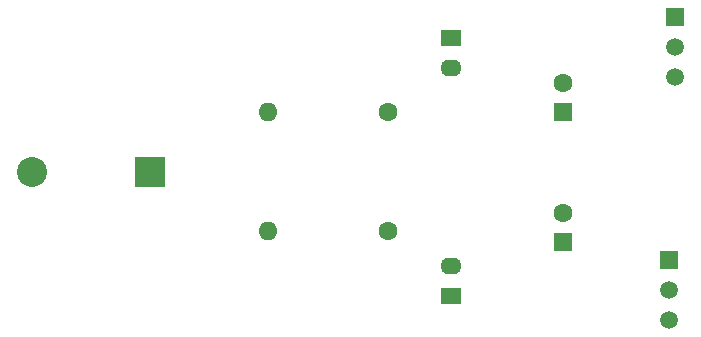
<source format=gbr>
%TF.GenerationSoftware,KiCad,Pcbnew,8.0.5*%
%TF.CreationDate,2024-10-11T23:24:52-07:00*%
%TF.ProjectId,IEEE soldering project,49454545-2073-46f6-9c64-6572696e6720,rev?*%
%TF.SameCoordinates,Original*%
%TF.FileFunction,Soldermask,Bot*%
%TF.FilePolarity,Negative*%
%FSLAX46Y46*%
G04 Gerber Fmt 4.6, Leading zero omitted, Abs format (unit mm)*
G04 Created by KiCad (PCBNEW 8.0.5) date 2024-10-11 23:24:52*
%MOMM*%
%LPD*%
G01*
G04 APERTURE LIST*
%ADD10R,2.540000X2.540000*%
%ADD11C,2.540000*%
%ADD12R,1.500000X1.500000*%
%ADD13C,1.500000*%
%ADD14O,1.800000X1.400000*%
%ADD15R,1.800000X1.400000*%
%ADD16O,1.600000X1.600000*%
%ADD17C,1.600000*%
%ADD18R,1.600000X1.600000*%
G04 APERTURE END LIST*
D10*
%TO.C,U1*%
X184987818Y-70000000D03*
D11*
X175005618Y-70000000D03*
%TD*%
D12*
%TO.C,Q2*%
X229000000Y-77500000D03*
D13*
X229000000Y-80040000D03*
X229000000Y-82580000D03*
%TD*%
D14*
%TO.C,LED2*%
X210500000Y-61265000D03*
D15*
X210500000Y-58725000D03*
%TD*%
%TO.C,LED1*%
X210500000Y-80500000D03*
D14*
X210500000Y-77960000D03*
%TD*%
D16*
%TO.C,R1*%
X195000000Y-65000000D03*
D17*
X205160000Y-65000000D03*
%TD*%
D18*
%TO.C,C1*%
X220000000Y-76000000D03*
D17*
X220000000Y-73500000D03*
%TD*%
%TO.C,R2*%
X205160000Y-75000000D03*
D16*
X195000000Y-75000000D03*
%TD*%
D18*
%TO.C,C2*%
X220000000Y-65000000D03*
D17*
X220000000Y-62500000D03*
%TD*%
D12*
%TO.C,Q1*%
X229500000Y-56920000D03*
D13*
X229500000Y-59460000D03*
X229500000Y-62000000D03*
%TD*%
M02*

</source>
